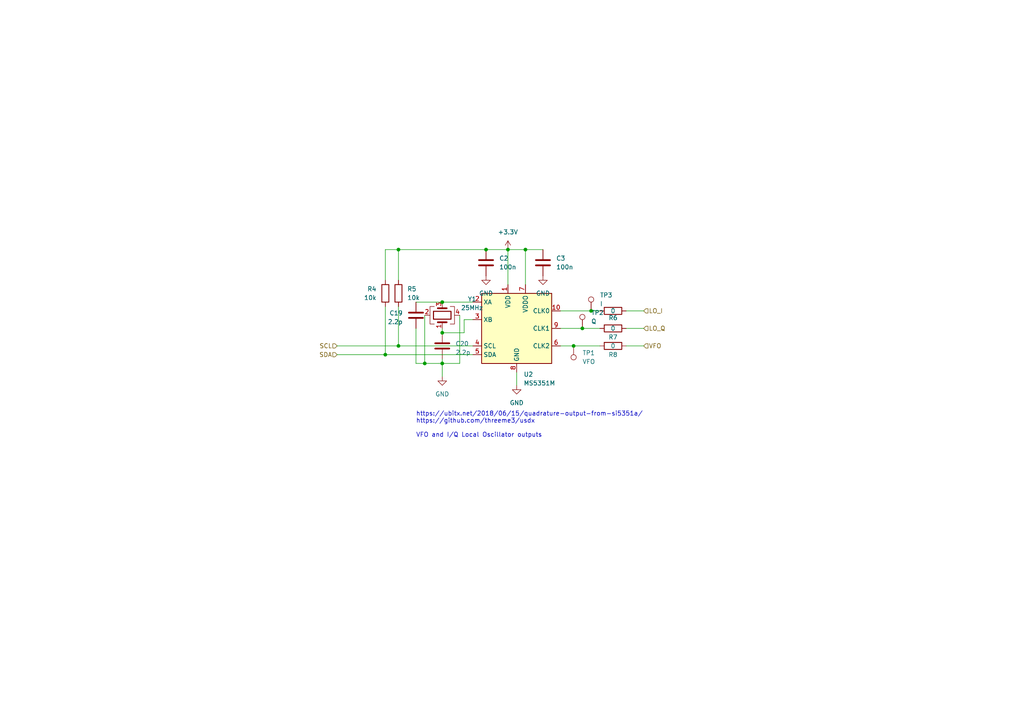
<source format=kicad_sch>
(kicad_sch (version 20230121) (generator eeschema)
  (paper "A4")
  (lib_symbols
    (symbol "Connector:TestPoint" (pin_numbers hide) (pin_names (offset 0.762) hide)
      (property "Reference" "TP" (at 0 6.858 0))
      (property "Value" "TestPoint" (at 0 5.08 0))
      (symbol "TestPoint_0_1"
        (circle (center 0 3.302) (radius 0.762))
      )
      (symbol "TestPoint_1_1"
        (pin passive line (at 0 0 90) (length 2.54) (name "1") (number "1"))
      )
    )
    (symbol "Device:C" (pin_numbers hide) (pin_names (offset 0.254))
      (property "Reference" "C" (at 0.635 2.54 0))
      (property "Value" "C" (at 0.635 -2.54 0))
      (symbol "C_0_1"
        (polyline (pts (xy -2.032 -0.762) (xy 2.032 -0.762)) (stroke (width 0.508)))
        (polyline (pts (xy -2.032 0.762) (xy 2.032 0.762)) (stroke (width 0.508)))
      )
      (symbol "C_1_1"
        (pin passive line (at 0 3.81 270) (length 2.794) (name "~") (number "1"))
        (pin passive line (at 0 -3.81 90) (length 2.794) (name "~") (number "2"))
      )
    )
    (symbol "Device:Crystal_GND24" (pin_names (offset 1.016) hide)
      (property "Reference" "Y" (at 3.175 5.08 0))
      (property "Value" "Crystal_GND24" (at 3.175 3.175 0))
      (symbol "Crystal_GND24_0_1"
        (rectangle (start -1.143 2.54) (end 1.143 -2.54) (stroke (width 0.3048)))
        (polyline (pts (xy -2.54 0) (xy -2.032 0)))
        (polyline (pts (xy -2.032 -1.27) (xy -2.032 1.27)) (stroke (width 0.508)))
        (polyline (pts (xy 0 -3.81) (xy 0 -3.556)))
        (polyline (pts (xy 0 3.556) (xy 0 3.81)))
        (polyline (pts (xy 2.032 -1.27) (xy 2.032 1.27)) (stroke (width 0.508)))
        (polyline (pts (xy 2.032 0) (xy 2.54 0)))
        (polyline (pts (xy -2.54 -2.286) (xy -2.54 -3.556) (xy 2.54 -3.556) (xy 2.54 -2.286)))
        (polyline (pts (xy -2.54 2.286) (xy -2.54 3.556) (xy 2.54 3.556) (xy 2.54 2.286)))
      )
      (symbol "Crystal_GND24_1_1"
        (pin passive line (at -3.81 0 0) (length 1.27) (name "1") (number "1"))
        (pin passive line (at 0 5.08 270) (length 1.27) (name "2") (number "2"))
        (pin passive line (at 3.81 0 180) (length 1.27) (name "3") (number "3"))
        (pin passive line (at 0 -5.08 90) (length 1.27) (name "4") (number "4"))
      )
    )
    (symbol "Device:R" (pin_numbers hide) (pin_names (offset 0))
      (property "Reference" "R" (at 2.032 0 90))
      (property "Value" "R" (at 0 0 90))
      (symbol "R_0_1"
        (rectangle (start -1.016 -2.54) (end 1.016 2.54) (stroke (width 0.254)))
      )
      (symbol "R_1_1"
        (pin passive line (at 0 3.81 270) (length 1.27) (name "~") (number "1"))
        (pin passive line (at 0 -3.81 90) (length 1.27) (name "~") (number "2"))
      )
    )
    (symbol "power:+3.3V" (power) (pin_names (offset 0))
      (property "Value" "+3.3V" (at 0 3.556 0))
      (symbol "+3.3V_0_1"
        (polyline (pts (xy -0.762 1.27) (xy 0 2.54)))
        (polyline (pts (xy 0 0) (xy 0 2.54)))
        (polyline (pts (xy 0 2.54) (xy 0.762 1.27)))
      )
      (symbol "+3.3V_1_1"
        (pin power_in line (at 0 0 90) (length 0) hide (name "+3.3V") (number "1"))
      )
    )
    (symbol "power:GND" (power) (pin_names (offset 0))
      (property "Value" "GND" (at 0 -3.81 0))
      (symbol "GND_0_1"
        (polyline (pts (xy 0 0) (xy 0 -1.27) (xy 1.27 -1.27) (xy 0 -2.54) (xy -1.27 -1.27) (xy 0 -1.27)))
      )
      (symbol "GND_1_1"
        (pin power_in line (at 0 0 270) (length 0) hide (name "GND") (number "1"))
      )
    )
    (symbol "zl4aa:MS5351M"
      (property "Reference" "U" (at -8.89 11.43 0))
      (property "Value" "MS5351M" (at -12.7 -12.7 0))
      (symbol "MS5351M_0_1"
        (rectangle (start -10.16 10.16) (end 10.16 -10.16) (stroke (width 0.254)) (fill (type background)))
      )
      (symbol "MS5351M_1_1"
        (pin power_in line (at -2.54 12.7 270) (length 2.54) (name "VDD") (number "1"))
        (pin output line (at 12.7 5.08 180) (length 2.54) (name "CLK0") (number "10"))
        (pin input line (at -12.7 7.62 0) (length 2.54) (name "XA") (number "2"))
        (pin input line (at -12.7 2.54 0) (length 2.54) (name "XB") (number "3"))
        (pin input line (at -12.7 -5.08 0) (length 2.54) (name "SCL") (number "4"))
        (pin bidirectional line (at -12.7 -7.62 0) (length 2.54) (name "SDA") (number "5"))
        (pin output line (at 12.7 -5.08 180) (length 2.54) (name "CLK2") (number "6"))
        (pin power_in line (at 2.54 12.7 270) (length 2.54) (name "VDDO") (number "7"))
        (pin power_in line (at 0 -12.7 90) (length 2.54) (name "GND") (number "8"))
        (pin output line (at 12.7 0 180) (length 2.54) (name "CLK1") (number "9"))
      )
    )
  )
  (junction (at 140.97 72.39))
  (junction (at 147.32 72.39))
  (junction (at 128.27 105.41))
  (junction (at 128.27 96.52))
  (junction (at 128.27 87.63))
  (junction (at 171.45 90.17))
  (junction (at 166.37 100.33))
  (junction (at 168.91 95.25))
  (junction (at 111.76 102.87))
  (junction (at 115.57 72.39))
  (junction (at 152.4 72.39))
  (junction (at 115.57 100.33))
  (junction (at 123.19 105.41))
  (wire (pts (xy 123.19 105.41) (xy 128.27 105.41)))
  (wire (pts (xy 162.56 95.25) (xy 168.91 95.25)))
  (wire (pts (xy 115.57 100.33) (xy 137.16 100.33)))
  (wire (pts (xy 133.35 91.44) (xy 133.35 105.41)))
  (wire (pts (xy 168.91 95.25) (xy 173.99 95.25)))
  (wire (pts (xy 149.86 107.95) (xy 149.86 111.76)))
  (wire (pts (xy 128.27 104.14) (xy 128.27 105.41)))
  (wire (pts (xy 181.61 95.25) (xy 186.69 95.25)))
  (wire (pts (xy 115.57 88.9) (xy 115.57 100.33)))
  (wire (pts (xy 137.16 92.71) (xy 134.62 92.71)))
  (wire (pts (xy 162.56 100.33) (xy 166.37 100.33)))
  (wire (pts (xy 137.16 102.87) (xy 111.76 102.87)))
  (wire (pts (xy 123.19 91.44) (xy 123.19 105.41)))
  (wire (pts (xy 120.65 95.25) (xy 120.65 105.41)))
  (wire (pts (xy 134.62 92.71) (xy 134.62 96.52)))
  (wire (pts (xy 97.79 102.87) (xy 111.76 102.87)))
  (wire (pts (xy 128.27 105.41) (xy 128.27 109.22)))
  (wire (pts (xy 171.45 90.17) (xy 173.99 90.17)))
  (wire (pts (xy 128.27 96.52) (xy 128.27 95.25)))
  (wire (pts (xy 115.57 72.39) (xy 115.57 81.28)))
  (wire (pts (xy 147.32 72.39) (xy 152.4 72.39)))
  (wire (pts (xy 181.61 90.17) (xy 186.69 90.17)))
  (wire (pts (xy 115.57 72.39) (xy 140.97 72.39)))
  (wire (pts (xy 162.56 90.17) (xy 171.45 90.17)))
  (wire (pts (xy 115.57 72.39) (xy 111.76 72.39)))
  (wire (pts (xy 120.65 87.63) (xy 128.27 87.63)))
  (wire (pts (xy 111.76 88.9) (xy 111.76 102.87)))
  (wire (pts (xy 120.65 105.41) (xy 123.19 105.41)))
  (wire (pts (xy 97.79 100.33) (xy 115.57 100.33)))
  (wire (pts (xy 111.76 72.39) (xy 111.76 81.28)))
  (wire (pts (xy 181.61 100.33) (xy 186.69 100.33)))
  (wire (pts (xy 152.4 72.39) (xy 157.48 72.39)))
  (wire (pts (xy 134.62 96.52) (xy 128.27 96.52)))
  (wire (pts (xy 166.37 100.33) (xy 173.99 100.33)))
  (wire (pts (xy 128.27 87.63) (xy 137.16 87.63)))
  (wire (pts (xy 152.4 82.55) (xy 152.4 72.39)))
  (wire (pts (xy 147.32 72.39) (xy 140.97 72.39)))
  (wire (pts (xy 128.27 105.41) (xy 133.35 105.41)))
  (wire (pts (xy 147.32 82.55) (xy 147.32 72.39)))
  (text "https://ubitx.net/2018/06/15/quadrature-output-from-si5351a/\nhttps://github.com/threeme3/usdx\n\nVFO and I/Q Local Oscillator outputs" (at 120.65 127 0) (effects (font (size 1.27 1.27)) (justify left bottom)))
  (hierarchical_label "LO_Q" (shape input) (at 186.69 95.25 0))
  (hierarchical_label "LO_I" (shape input) (at 186.69 90.17 0))
  (hierarchical_label "SDA" (shape input) (at 97.79 102.87 180))
  (hierarchical_label "SCL" (shape input) (at 97.79 100.33 180))
  (hierarchical_label "VFO" (shape input) (at 186.69 100.33 0))
  (symbol (lib_id "Connector:TestPoint") (at 171.45 90.17 0) (unit 1)
    (property "Reference" "TP3" (at 173.99 85.5979 0) (effects (justify left)))
    (property "Value" "I" (at 173.99 88.1379 0) (effects (justify left)))
    (property "Footprint" "TestPoint:TestPoint_Keystone_5015_Micro-Minature" (effects hide))
  )
  (symbol (lib_id "Device:R") (at 177.8 90.17 90) (unit 1)
    (property "Reference" "R6" (at 177.8307 92.1898 90))
    (property "Value" "0" (at 177.8 90.17 90))
    (property "Footprint" "Resistor_SMD:R_0402_1005Metric" (effects hide))
  )
  (symbol (lib_id "power:GND") (at 149.86 111.76 0) (unit 1)
    (property "Reference" "#PWR012" (effects hide))
    (property "Value" "GND" (at 149.86 116.84 0))
  )
  (symbol (lib_id "Device:R") (at 111.76 85.09 0) (mirror x) (unit 1)
    (property "Reference" "R4" (at 109.22 83.8199 0) (effects (justify right)))
    (property "Value" "10k" (at 109.22 86.3599 0) (effects (justify right)))
    (property "Footprint" "Resistor_SMD:R_0402_1005Metric" (effects hide))
  )
  (symbol (lib_id "power:+3.3V") (at 147.32 72.39 0) (unit 1)
    (property "Reference" "#PWR011" (effects hide))
    (property "Value" "+3.3V" (at 147.32 67.31 0))
  )
  (symbol (lib_id "Connector:TestPoint") (at 168.91 95.25 0) (unit 1)
    (property "Reference" "TP2" (at 171.45 90.6779 0) (effects (justify left)))
    (property "Value" "Q" (at 171.45 93.2179 0) (effects (justify left)))
    (property "Footprint" "TestPoint:TestPoint_Keystone_5015_Micro-Minature" (effects hide))
  )
  (symbol (lib_id "power:GND") (at 128.27 109.22 0) (unit 1)
    (property "Reference" "#PWR09" (effects hide))
    (property "Value" "GND" (at 128.27 114.3 0))
  )
  (symbol (lib_id "power:GND") (at 157.48 80.01 0) (unit 1)
    (property "Reference" "#PWR013" (effects hide))
    (property "Value" "GND" (at 157.48 85.09 0))
  )
  (symbol (lib_id "Connector:TestPoint") (at 166.37 100.33 180) (unit 1)
    (property "Reference" "TP1" (at 168.91 102.3619 0) (effects (justify right)))
    (property "Value" "VFO" (at 168.91 104.9019 0) (effects (justify right)))
    (property "Footprint" "TestPoint:TestPoint_Keystone_5015_Micro-Minature" (effects hide))
  )
  (symbol (lib_id "Device:Crystal_GND24") (at 128.27 91.44 90) (unit 1)
    (property "Reference" "Y1" (at 136.906 86.741 90))
    (property "Value" "25MHz" (at 136.906 89.281 90))
    (property "Footprint" "Crystal:Crystal_SMD_3225-4Pin_3.2x2.5mm" (effects hide))
    (property "LCSC" "C9006" (effects hide))
  )
  (symbol (lib_id "Device:C") (at 140.97 76.2 0) (unit 1)
    (property "Reference" "C2" (at 144.78 74.9299 0) (effects (justify left)))
    (property "Value" "100n" (at 144.78 77.4699 0) (effects (justify left)))
    (property "Footprint" "Capacitor_SMD:C_0402_1005Metric" (effects hide))
  )
  (symbol (lib_id "Device:C") (at 157.48 76.2 0) (unit 1)
    (property "Reference" "C3" (at 161.29 74.9299 0) (effects (justify left)))
    (property "Value" "100n" (at 161.29 77.4699 0) (effects (justify left)))
    (property "Footprint" "Capacitor_SMD:C_0402_1005Metric" (effects hide))
  )
  (symbol (lib_id "zl4aa:MS5351M") (at 149.86 95.25 0) (unit 1)
    (property "Reference" "U2" (at 151.8794 108.585 0) (effects (justify left)))
    (property "Value" "MS5351M" (at 151.8794 111.125 0) (effects (justify left)))
    (property "Footprint" "Package_SO:MSOP-10_3x3mm_P0.5mm" (effects hide))
    (property "Datasheet" "https://www.skyworksinc.com/en/Products/Timing/CMOS-Clock-Generators/si5351b-b-gm" (effects hide))
    (property "LCSC" "C1509083" (effects hide))
  )
  (symbol (lib_id "Device:R") (at 115.57 85.09 0) (unit 1)
    (property "Reference" "R5" (at 118.11 83.8199 0) (effects (justify left)))
    (property "Value" "10k" (at 118.11 86.3599 0) (effects (justify left)))
    (property "Footprint" "Resistor_SMD:R_0402_1005Metric" (effects hide))
  )
  (symbol (lib_id "Device:R") (at 177.8 100.33 90) (unit 1)
    (property "Reference" "R8" (at 177.8 102.87 90))
    (property "Value" "0" (at 177.8 100.33 90))
    (property "Footprint" "Resistor_SMD:R_0402_1005Metric" (effects hide))
  )
  (symbol (lib_id "Device:R") (at 177.8 95.25 90) (unit 1)
    (property "Reference" "R7" (at 177.8 97.79 90))
    (property "Value" "0" (at 177.8 95.25 90))
    (property "Footprint" "Resistor_SMD:R_0402_1005Metric" (effects hide))
  )
  (symbol (lib_id "Device:C") (at 128.27 100.33 0) (unit 1)
    (property "Reference" "C20" (at 132.08 99.695 0) (effects (justify left)))
    (property "Value" "2.2p" (at 132.08 102.235 0) (effects (justify left)))
    (property "Footprint" "Capacitor_SMD:C_0402_1005Metric" (effects hide))
  )
  (symbol (lib_id "power:GND") (at 140.97 80.01 0) (unit 1)
    (property "Reference" "#PWR010" (effects hide))
    (property "Value" "GND" (at 140.97 85.09 0))
  )
  (symbol (lib_id "Device:C") (at 120.65 91.44 0) (mirror x) (unit 1)
    (property "Reference" "C19" (at 116.84 90.805 0) (effects (justify right)))
    (property "Value" "2.2p" (at 116.84 93.345 0) (effects (justify right)))
    (property "Footprint" "Capacitor_SMD:C_0402_1005Metric" (effects hide))
  )
)
</source>
